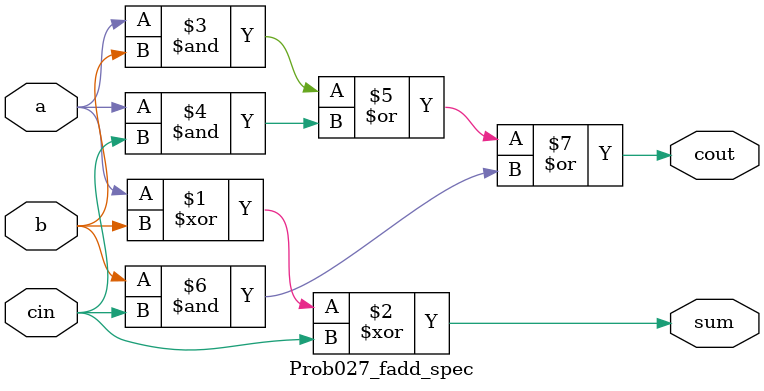
<source format=v>
module Prob027_fadd_spec(input [0:0] a, input [0:0] b, input [0:0] cin, output [0:0] cout, output [0:0] sum);
  assign sum = a ^ b ^ cin; // Sum is XOR of a, b, and cin
  assign cout = (a & b) | (a & cin) | (b & cin); // Carry out
endmodule

</source>
